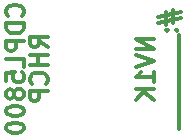
<source format=gbo>
G04 (created by PCBNEW (2013-07-07 BZR 4022)-stable) date 11/13/2014 8:18:10 PM*
%MOIN*%
G04 Gerber Fmt 3.4, Leading zero omitted, Abs format*
%FSLAX34Y34*%
G01*
G70*
G90*
G04 APERTURE LIST*
%ADD10C,0.00590551*%
%ADD11C,0.011811*%
%ADD12C,0.104425*%
G04 APERTURE END LIST*
G54D10*
G54D11*
X2404Y1898D02*
X2404Y1476D01*
X2151Y1729D02*
X2910Y1898D01*
X2657Y1532D02*
X2657Y1954D01*
X2910Y1701D02*
X2151Y1532D01*
X2741Y1279D02*
X2769Y1251D01*
X2798Y1279D01*
X2769Y1307D01*
X2741Y1279D01*
X2798Y1279D01*
X2432Y1279D02*
X2460Y1251D01*
X2488Y1279D01*
X2460Y1307D01*
X2432Y1279D01*
X2488Y1279D01*
X2854Y1138D02*
X2854Y688D01*
X2854Y688D02*
X2854Y239D01*
X2854Y239D02*
X2854Y-210D01*
X2854Y-210D02*
X2854Y-660D01*
X2854Y-660D02*
X2854Y-1110D01*
X2854Y-1110D02*
X2854Y-1560D01*
X2854Y-1560D02*
X2854Y-2010D01*
X-1532Y717D02*
X-1813Y913D01*
X-1532Y1054D02*
X-2123Y1054D01*
X-2123Y829D01*
X-2095Y773D01*
X-2066Y745D01*
X-2010Y717D01*
X-1926Y717D01*
X-1870Y745D01*
X-1841Y773D01*
X-1813Y829D01*
X-1813Y1054D01*
X-1532Y464D02*
X-2123Y464D01*
X-1841Y464D02*
X-1841Y126D01*
X-1532Y126D02*
X-2123Y126D01*
X-1588Y-492D02*
X-1560Y-464D01*
X-1532Y-379D01*
X-1532Y-323D01*
X-1560Y-239D01*
X-1616Y-182D01*
X-1673Y-154D01*
X-1785Y-126D01*
X-1870Y-126D01*
X-1982Y-154D01*
X-2038Y-182D01*
X-2095Y-239D01*
X-2123Y-323D01*
X-2123Y-379D01*
X-2095Y-464D01*
X-2066Y-492D01*
X-1532Y-745D02*
X-2123Y-745D01*
X-2123Y-970D01*
X-2095Y-1026D01*
X-2066Y-1054D01*
X-2010Y-1082D01*
X-1926Y-1082D01*
X-1870Y-1054D01*
X-1841Y-1026D01*
X-1813Y-970D01*
X-1813Y-745D01*
X2010Y998D02*
X1420Y998D01*
X2010Y660D01*
X1420Y660D01*
X1420Y464D02*
X2010Y267D01*
X1420Y70D01*
X2010Y-435D02*
X2010Y-98D01*
X2010Y-267D02*
X1420Y-267D01*
X1504Y-210D01*
X1560Y-154D01*
X1588Y-98D01*
X2010Y-688D02*
X1420Y-688D01*
X2010Y-1026D02*
X1673Y-773D01*
X1420Y-1026D02*
X1757Y-688D01*
X-2376Y1771D02*
X-2348Y1799D01*
X-2320Y1884D01*
X-2320Y1940D01*
X-2348Y2024D01*
X-2404Y2080D01*
X-2460Y2109D01*
X-2573Y2137D01*
X-2657Y2137D01*
X-2769Y2109D01*
X-2826Y2080D01*
X-2882Y2024D01*
X-2910Y1940D01*
X-2910Y1884D01*
X-2882Y1799D01*
X-2854Y1771D01*
X-2320Y1518D02*
X-2910Y1518D01*
X-2910Y1377D01*
X-2882Y1293D01*
X-2826Y1237D01*
X-2769Y1209D01*
X-2657Y1181D01*
X-2573Y1181D01*
X-2460Y1209D01*
X-2404Y1237D01*
X-2348Y1293D01*
X-2320Y1377D01*
X-2320Y1518D01*
X-2320Y928D02*
X-2910Y928D01*
X-2910Y703D01*
X-2882Y646D01*
X-2854Y618D01*
X-2798Y590D01*
X-2713Y590D01*
X-2657Y618D01*
X-2629Y646D01*
X-2601Y703D01*
X-2601Y928D01*
X-2320Y56D02*
X-2320Y337D01*
X-2910Y337D01*
X-2910Y-421D02*
X-2910Y-140D01*
X-2629Y-112D01*
X-2657Y-140D01*
X-2685Y-196D01*
X-2685Y-337D01*
X-2657Y-393D01*
X-2629Y-421D01*
X-2573Y-449D01*
X-2432Y-449D01*
X-2376Y-421D01*
X-2348Y-393D01*
X-2320Y-337D01*
X-2320Y-196D01*
X-2348Y-140D01*
X-2376Y-112D01*
X-2657Y-787D02*
X-2685Y-731D01*
X-2713Y-703D01*
X-2769Y-674D01*
X-2798Y-674D01*
X-2854Y-703D01*
X-2882Y-731D01*
X-2910Y-787D01*
X-2910Y-899D01*
X-2882Y-956D01*
X-2854Y-984D01*
X-2798Y-1012D01*
X-2769Y-1012D01*
X-2713Y-984D01*
X-2685Y-956D01*
X-2657Y-899D01*
X-2657Y-787D01*
X-2629Y-731D01*
X-2601Y-703D01*
X-2544Y-674D01*
X-2432Y-674D01*
X-2376Y-703D01*
X-2348Y-731D01*
X-2320Y-787D01*
X-2320Y-899D01*
X-2348Y-956D01*
X-2376Y-984D01*
X-2432Y-1012D01*
X-2544Y-1012D01*
X-2601Y-984D01*
X-2629Y-956D01*
X-2657Y-899D01*
X-2910Y-1377D02*
X-2910Y-1434D01*
X-2882Y-1490D01*
X-2854Y-1518D01*
X-2798Y-1546D01*
X-2685Y-1574D01*
X-2544Y-1574D01*
X-2432Y-1546D01*
X-2376Y-1518D01*
X-2348Y-1490D01*
X-2320Y-1434D01*
X-2320Y-1377D01*
X-2348Y-1321D01*
X-2376Y-1293D01*
X-2432Y-1265D01*
X-2544Y-1237D01*
X-2685Y-1237D01*
X-2798Y-1265D01*
X-2854Y-1293D01*
X-2882Y-1321D01*
X-2910Y-1377D01*
X-2910Y-1940D02*
X-2910Y-1996D01*
X-2882Y-2052D01*
X-2854Y-2080D01*
X-2798Y-2109D01*
X-2685Y-2137D01*
X-2544Y-2137D01*
X-2432Y-2109D01*
X-2376Y-2080D01*
X-2348Y-2052D01*
X-2320Y-1996D01*
X-2320Y-1940D01*
X-2348Y-1884D01*
X-2376Y-1856D01*
X-2432Y-1827D01*
X-2544Y-1799D01*
X-2685Y-1799D01*
X-2798Y-1827D01*
X-2854Y-1856D01*
X-2882Y-1884D01*
X-2910Y-1940D01*
%LPC*%
G54D12*
X0Y0D03*
M02*

</source>
